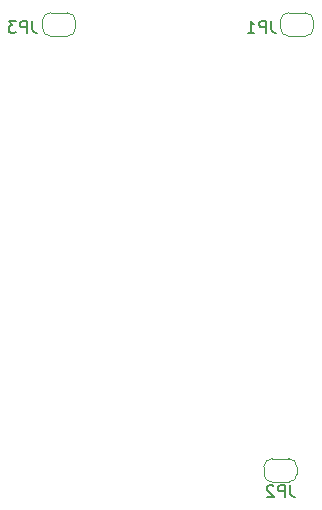
<source format=gbo>
G04 #@! TF.GenerationSoftware,KiCad,Pcbnew,8.0.4*
G04 #@! TF.CreationDate,2024-08-31T14:34:45+03:00*
G04 #@! TF.ProjectId,lichuan-lc10,6c696368-7561-46e2-9d6c-6331302e6b69,rev?*
G04 #@! TF.SameCoordinates,Original*
G04 #@! TF.FileFunction,Legend,Bot*
G04 #@! TF.FilePolarity,Positive*
%FSLAX46Y46*%
G04 Gerber Fmt 4.6, Leading zero omitted, Abs format (unit mm)*
G04 Created by KiCad (PCBNEW 8.0.4) date 2024-08-31 14:34:45*
%MOMM*%
%LPD*%
G01*
G04 APERTURE LIST*
%ADD10C,0.150000*%
%ADD11C,0.120000*%
G04 APERTURE END LIST*
D10*
X134433333Y-42504819D02*
X134433333Y-43219104D01*
X134433333Y-43219104D02*
X134480952Y-43361961D01*
X134480952Y-43361961D02*
X134576190Y-43457200D01*
X134576190Y-43457200D02*
X134719047Y-43504819D01*
X134719047Y-43504819D02*
X134814285Y-43504819D01*
X133957142Y-43504819D02*
X133957142Y-42504819D01*
X133957142Y-42504819D02*
X133576190Y-42504819D01*
X133576190Y-42504819D02*
X133480952Y-42552438D01*
X133480952Y-42552438D02*
X133433333Y-42600057D01*
X133433333Y-42600057D02*
X133385714Y-42695295D01*
X133385714Y-42695295D02*
X133385714Y-42838152D01*
X133385714Y-42838152D02*
X133433333Y-42933390D01*
X133433333Y-42933390D02*
X133480952Y-42981009D01*
X133480952Y-42981009D02*
X133576190Y-43028628D01*
X133576190Y-43028628D02*
X133957142Y-43028628D01*
X133004761Y-42600057D02*
X132957142Y-42552438D01*
X132957142Y-42552438D02*
X132861904Y-42504819D01*
X132861904Y-42504819D02*
X132623809Y-42504819D01*
X132623809Y-42504819D02*
X132528571Y-42552438D01*
X132528571Y-42552438D02*
X132480952Y-42600057D01*
X132480952Y-42600057D02*
X132433333Y-42695295D01*
X132433333Y-42695295D02*
X132433333Y-42790533D01*
X132433333Y-42790533D02*
X132480952Y-42933390D01*
X132480952Y-42933390D02*
X133052380Y-43504819D01*
X133052380Y-43504819D02*
X132433333Y-43504819D01*
X112583333Y-3204819D02*
X112583333Y-3919104D01*
X112583333Y-3919104D02*
X112630952Y-4061961D01*
X112630952Y-4061961D02*
X112726190Y-4157200D01*
X112726190Y-4157200D02*
X112869047Y-4204819D01*
X112869047Y-4204819D02*
X112964285Y-4204819D01*
X112107142Y-4204819D02*
X112107142Y-3204819D01*
X112107142Y-3204819D02*
X111726190Y-3204819D01*
X111726190Y-3204819D02*
X111630952Y-3252438D01*
X111630952Y-3252438D02*
X111583333Y-3300057D01*
X111583333Y-3300057D02*
X111535714Y-3395295D01*
X111535714Y-3395295D02*
X111535714Y-3538152D01*
X111535714Y-3538152D02*
X111583333Y-3633390D01*
X111583333Y-3633390D02*
X111630952Y-3681009D01*
X111630952Y-3681009D02*
X111726190Y-3728628D01*
X111726190Y-3728628D02*
X112107142Y-3728628D01*
X111202380Y-3204819D02*
X110583333Y-3204819D01*
X110583333Y-3204819D02*
X110916666Y-3585771D01*
X110916666Y-3585771D02*
X110773809Y-3585771D01*
X110773809Y-3585771D02*
X110678571Y-3633390D01*
X110678571Y-3633390D02*
X110630952Y-3681009D01*
X110630952Y-3681009D02*
X110583333Y-3776247D01*
X110583333Y-3776247D02*
X110583333Y-4014342D01*
X110583333Y-4014342D02*
X110630952Y-4109580D01*
X110630952Y-4109580D02*
X110678571Y-4157200D01*
X110678571Y-4157200D02*
X110773809Y-4204819D01*
X110773809Y-4204819D02*
X111059523Y-4204819D01*
X111059523Y-4204819D02*
X111154761Y-4157200D01*
X111154761Y-4157200D02*
X111202380Y-4109580D01*
X132833333Y-3204819D02*
X132833333Y-3919104D01*
X132833333Y-3919104D02*
X132880952Y-4061961D01*
X132880952Y-4061961D02*
X132976190Y-4157200D01*
X132976190Y-4157200D02*
X133119047Y-4204819D01*
X133119047Y-4204819D02*
X133214285Y-4204819D01*
X132357142Y-4204819D02*
X132357142Y-3204819D01*
X132357142Y-3204819D02*
X131976190Y-3204819D01*
X131976190Y-3204819D02*
X131880952Y-3252438D01*
X131880952Y-3252438D02*
X131833333Y-3300057D01*
X131833333Y-3300057D02*
X131785714Y-3395295D01*
X131785714Y-3395295D02*
X131785714Y-3538152D01*
X131785714Y-3538152D02*
X131833333Y-3633390D01*
X131833333Y-3633390D02*
X131880952Y-3681009D01*
X131880952Y-3681009D02*
X131976190Y-3728628D01*
X131976190Y-3728628D02*
X132357142Y-3728628D01*
X130833333Y-4204819D02*
X131404761Y-4204819D01*
X131119047Y-4204819D02*
X131119047Y-3204819D01*
X131119047Y-3204819D02*
X131214285Y-3347676D01*
X131214285Y-3347676D02*
X131309523Y-3442914D01*
X131309523Y-3442914D02*
X131404761Y-3490533D01*
D11*
G04 #@! TO.C,JP2*
X132200000Y-41550000D02*
X132200000Y-40950000D01*
X132900000Y-40250000D02*
X134300000Y-40250000D01*
X134300000Y-42250000D02*
X132900000Y-42250000D01*
X135000000Y-40950000D02*
X135000000Y-41550000D01*
X132200000Y-40950000D02*
G75*
G02*
X132900000Y-40250000I699999J1D01*
G01*
X132900000Y-42250000D02*
G75*
G02*
X132200000Y-41550000I-1J699999D01*
G01*
X134300000Y-40250000D02*
G75*
G02*
X135000000Y-40950000I0J-700000D01*
G01*
X135000000Y-41550000D02*
G75*
G02*
X134300000Y-42250000I-700000J0D01*
G01*
G04 #@! TO.C,JP3*
X113450000Y-3800000D02*
X113450000Y-3200000D01*
X114150000Y-2500000D02*
X115550000Y-2500000D01*
X115550000Y-4500000D02*
X114150000Y-4500000D01*
X116250000Y-3200000D02*
X116250000Y-3800000D01*
X113450000Y-3200000D02*
G75*
G02*
X114150000Y-2500000I700000J0D01*
G01*
X114150000Y-4500000D02*
G75*
G02*
X113450000Y-3800000I0J700000D01*
G01*
X115550000Y-2500000D02*
G75*
G02*
X116250000Y-3200000I1J-699999D01*
G01*
X116250000Y-3800000D02*
G75*
G02*
X115550000Y-4500000I-699999J-1D01*
G01*
G04 #@! TO.C,JP1*
X133600000Y-3800000D02*
X133600000Y-3200000D01*
X134300000Y-2500000D02*
X135700000Y-2500000D01*
X135700000Y-4500000D02*
X134300000Y-4500000D01*
X136400000Y-3200000D02*
X136400000Y-3800000D01*
X133600000Y-3200000D02*
G75*
G02*
X134300000Y-2500000I700000J0D01*
G01*
X134300000Y-4500000D02*
G75*
G02*
X133600000Y-3800000I0J700000D01*
G01*
X135700000Y-2500000D02*
G75*
G02*
X136400000Y-3200000I1J-699999D01*
G01*
X136400000Y-3800000D02*
G75*
G02*
X135700000Y-4500000I-699999J-1D01*
G01*
G04 #@! TD*
M02*

</source>
